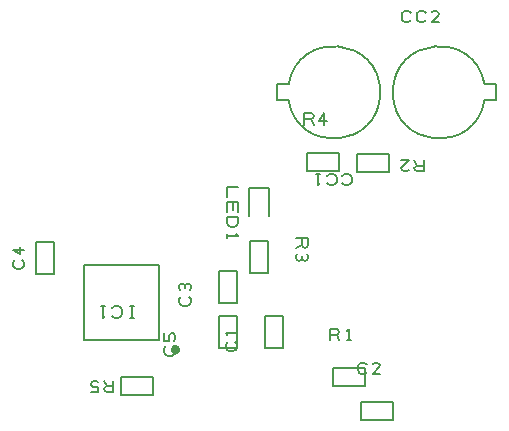
<source format=gto>
G04 EasyPC Gerber Version 21.0.3 Build 4286 *
G04 #@! TF.Part,Single*
G04 #@! TF.FileFunction,Legend,Top *
G04 #@! TF.FilePolarity,Positive *
%FSLAX24Y24*%
%MOIN*%
%ADD13C,0.00500*%
%ADD18C,0.00787*%
%ADD19C,0.01575*%
X0Y0D02*
D02*
D13*
X23633Y13440D02*
X23664Y13409D01*
X23695Y13346*
Y13252*
X23664Y13190*
X23633Y13159*
X23570Y13127*
X23445*
X23383Y13159*
X23351Y13190*
X23320Y13252*
Y13346*
X23351Y13409*
X23383Y13440*
X23695Y13784D02*
X23320D01*
X23570Y13627*
Y13877*
X24676Y12988D02*
Y14054D01*
X24082*
Y12988*
X24676*
X26663Y9412D02*
Y9037D01*
X26444*
X26382Y9068*
X26350Y9130*
X26382Y9193*
X26444Y9224*
X26663*
X26444D02*
X26350Y9412D01*
X26163Y9380D02*
X26100Y9412D01*
X26007*
X25944Y9380*
X25913Y9318*
Y9287*
X25944Y9224*
X26007Y9193*
X26163*
Y9037*
X25913*
X27356Y11892D02*
X27231D01*
X27294D02*
Y11517D01*
X27356D02*
X27231D01*
X26638Y11829D02*
X26669Y11861D01*
X26731Y11892*
X26825*
X26888Y11861*
X26919Y11829*
X26950Y11767*
Y11642*
X26919Y11579*
X26888Y11548*
X26825Y11517*
X26731*
X26669Y11548*
X26638Y11579*
X26388Y11892D02*
X26263D01*
X26325D02*
Y11517D01*
X26388Y11579*
X27983Y9527D02*
X26917D01*
Y8933*
X27983*
Y9527*
X28672Y10566D02*
X28703Y10535D01*
X28734Y10472*
Y10378*
X28703Y10316*
X28672Y10285*
X28609Y10253*
X28484*
X28422Y10285*
X28391Y10316*
X28359Y10378*
Y10472*
X28391Y10535*
X28422Y10566*
X28703Y10753D02*
X28734Y10816D01*
Y10910*
X28703Y10972*
X28641Y11003*
X28609*
X28547Y10972*
X28516Y10910*
Y10753*
X28359*
Y11003*
X29179Y12216D02*
X29210Y12185D01*
X29241Y12122*
Y12029*
X29210Y11966*
X29179Y11935*
X29116Y11904*
X28991*
X28929Y11935*
X28897Y11966*
X28866Y12029*
Y12122*
X28897Y12185*
X28929Y12216*
X29210Y12435D02*
X29241Y12497D01*
Y12560*
X29210Y12622*
X29147Y12654*
X29085Y12622*
X29054Y12560*
Y12497*
Y12560D02*
X29022Y12622D01*
X28960Y12654*
X28897Y12622*
X28866Y12560*
Y12497*
X28897Y12435*
X30832Y15860D02*
X30457D01*
Y15547*
Y15360D02*
X30832D01*
Y15047*
X30645Y15110D02*
Y15360D01*
X30457D02*
Y15047D01*
Y14860D02*
X30832D01*
Y14672*
X30801Y14610*
X30770Y14578*
X30707Y14547*
X30582*
X30520Y14578*
X30489Y14610*
X30457Y14672*
Y14860*
Y14297D02*
Y14172D01*
Y14235D02*
X30832D01*
X30770Y14297*
X30779Y10508D02*
Y11574D01*
X30185*
Y10508*
X30779*
Y12004D02*
Y13070D01*
X30185*
Y12004*
X30779*
X30722Y10704D02*
X30753Y10673D01*
X30784Y10611*
Y10517*
X30753Y10454*
X30722Y10423*
X30659Y10392*
X30534*
X30472Y10423*
X30441Y10454*
X30409Y10517*
Y10611*
X30441Y10673*
X30472Y10704*
X30784Y10954D02*
Y11079D01*
Y11017D02*
X30409D01*
X30472Y10954*
X31228Y14058D02*
Y12992D01*
X31822*
Y14058*
X31228*
X32322Y10492D02*
Y11558D01*
X31728*
Y10492*
X32322*
X32508Y18758D02*
G75*
G03Y19292I1517J267D01*
G01*
X32115*
Y18758*
X32508*
X32766Y14158D02*
X33141D01*
Y13939*
X33109Y13877*
X33047Y13846*
X32984Y13877*
X32953Y13939*
Y14158*
Y13939D02*
X32766Y13846D01*
X32797Y13627D02*
X32766Y13564D01*
Y13502*
X32797Y13439*
X32859Y13408*
X32922Y13439*
X32953Y13502*
Y13564*
Y13502D02*
X32984Y13439D01*
X33047Y13408*
X33109Y13439*
X33141Y13502*
Y13564*
X33109Y13627*
X33038Y17951D02*
Y18326D01*
X33256*
X33319Y18294*
X33350Y18232*
X33319Y18169*
X33256Y18138*
X33038*
X33256D02*
X33350Y17951D01*
X33694D02*
Y18326D01*
X33538Y18076*
X33788*
X33138Y16413D02*
X34204D01*
Y17007*
X33138*
Y16413*
X33892Y10766D02*
Y11141D01*
X34111*
X34173Y11109*
X34204Y11047*
X34173Y10984*
X34111Y10953*
X33892*
X34111D02*
X34204Y10766D01*
X34454D02*
X34579D01*
X34517D02*
Y11141D01*
X34454Y11078*
X33992Y9228D02*
X35058D01*
Y9822*
X33992*
Y9228*
X34303Y16239D02*
X34334Y16270D01*
X34397Y16301*
X34491*
X34553Y16270*
X34584Y16239*
X34616Y16176*
Y16051*
X34584Y15989*
X34553Y15958*
X34491Y15926*
X34397*
X34334Y15958*
X34303Y15989*
X33803Y16239D02*
X33834Y16270D01*
X33897Y16301*
X33991*
X34053Y16270*
X34084Y16239*
X34116Y16176*
Y16051*
X34084Y15989*
X34053Y15958*
X33991Y15926*
X33897*
X33834Y15958*
X33803Y15989*
X33553Y16301D02*
X33428D01*
X33491D02*
Y15926D01*
X33553Y15989*
X35122Y9706D02*
X35091Y9675D01*
X35028Y9644*
X34934*
X34872Y9675*
X34841Y9706*
X34809Y9769*
Y9894*
X34841Y9956*
X34872Y9987*
X34934Y10019*
X35028*
X35091Y9987*
X35122Y9956*
X35559Y9644D02*
X35309D01*
X35528Y9862*
X35559Y9925*
X35528Y9987*
X35466Y10019*
X35372*
X35309Y9987*
X34909Y8106D02*
X35975D01*
Y8700*
X34909*
Y8106*
X35857Y16968D02*
X34791D01*
Y16374*
X35857*
Y16968*
X36588Y21431D02*
X36556Y21400D01*
X36494Y21369*
X36400*
X36338Y21400*
X36306Y21431*
X36275Y21494*
Y21619*
X36306Y21681*
X36338Y21713*
X36400Y21744*
X36494*
X36556Y21713*
X36588Y21681*
X37088Y21431D02*
X37056Y21400D01*
X36994Y21369*
X36900*
X36838Y21400*
X36806Y21431*
X36775Y21494*
Y21619*
X36806Y21681*
X36838Y21713*
X36900Y21744*
X36994*
X37056Y21713*
X37088Y21681*
X37525Y21369D02*
X37275D01*
X37494Y21588*
X37525Y21650*
X37494Y21713*
X37431Y21744*
X37338*
X37275Y21713*
X37017Y16774D02*
Y16399D01*
X36798*
X36736Y16430*
X36705Y16493*
X36736Y16555*
X36798Y16586*
X37017*
X36798D02*
X36705Y16774D01*
X36267D02*
X36517D01*
X36298Y16555*
X36267Y16493*
X36298Y16430*
X36361Y16399*
X36455*
X36517Y16430*
X39042Y19292D02*
G75*
G03Y18758I-1517J-267D01*
G01*
X39435*
Y19292*
X39042*
D02*
D18*
X28179Y10785D02*
X25698D01*
Y13265*
X28179*
Y10785*
X31850Y14899D02*
Y15834D01*
X31200*
Y14899*
D02*
D19*
X28661Y10450D02*
G75*
G02X28818I79D01*
G01*
X28661D02*
G75*
G02X28818I79D01*
G01*
G75*
G02X28661I-79*
G01*
X0Y0D02*
M02*

</source>
